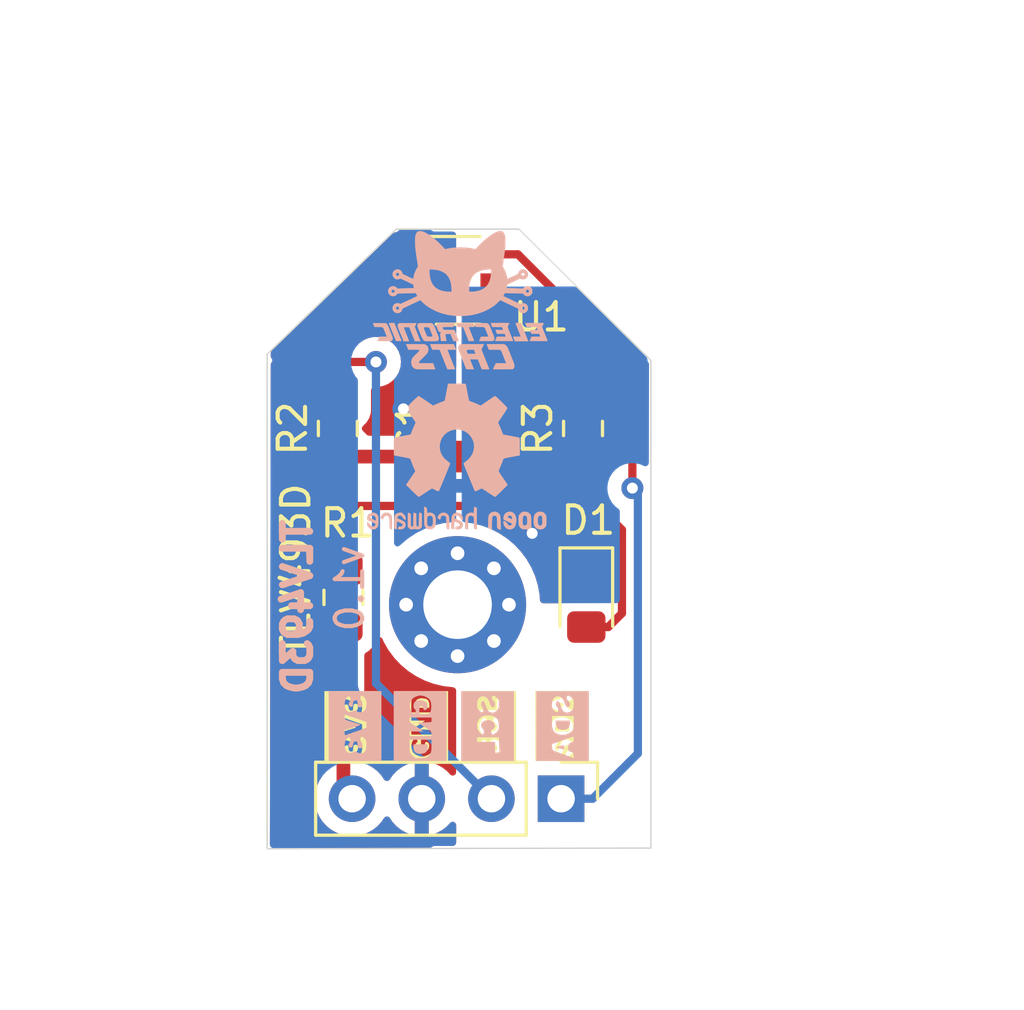
<source format=kicad_pcb>
(kicad_pcb (version 20221018) (generator pcbnew)
  (title_block (title "TLV493D") (date "2019-09-04") (rev "0.1") (company "Electronic Cats") (comment 3 "Montserrat Figueroa") (comment 4 "Andres Sabas"))
  (layers (0 "F.Cu" signal) (31 "B.Cu" signal) (34 "B.Paste" user) (35 "F.Paste" user) (36 "B.SilkS" user "B.Silkscreen") (37 "F.SilkS" user "F.Silkscreen") (38 "B.Mask" user) (39 "F.Mask" user) (44 "Edge.Cuts" user))
  (net 0 "")
  (net 1 "GND")
  (net 2 "VCC")
  (net 3 "Net-(D1-Pad2)")
  (net 4 "/SCL")
  (net 5 "/SDA")
  (footprint "MountingHole:MountingHole_2.5mm_Pad_Via" (layer "F.Cu") (at 155.025 111.75)
    (fp_text reference "REF**")
    (fp_text value "MountingHole_2.5mm_Pad_Via")
    (pad "1" thru_hole circle (at -1.875 0) (size 0.8 0.8) (drill 0.5) (layers "*.Cu" "*.Mask"))
    (pad "1" thru_hole circle (at -1.325825 -1.325825) (size 0.8 0.8) (drill 0.5) (layers "*.Cu" "*.Mask"))
    (pad "1" thru_hole circle (at -1.325825 1.325825) (size 0.8 0.8) (drill 0.5) (layers "*.Cu" "*.Mask"))
    (pad "1" thru_hole circle (at 0 -1.875) (size 0.8 0.8) (drill 0.5) (layers "*.Cu" "*.Mask"))
    (pad "1" thru_hole circle (at 0 0) (size 5 5) (drill 2.5) (layers "*.Cu" "*.Mask"))
    (pad "1" thru_hole circle (at 0 1.875) (size 0.8 0.8) (drill 0.5) (layers "*.Cu" "*.Mask"))
    (pad "1" thru_hole circle (at 1.325825 -1.325825) (size 0.8 0.8) (drill 0.5) (layers "*.Cu" "*.Mask"))
    (pad "1" thru_hole circle (at 1.325825 1.325825) (size 0.8 0.8) (drill 0.5) (layers "*.Cu" "*.Mask"))
    (pad "1" thru_hole circle (at 1.875 0) (size 0.8 0.8) (drill 0.5) (layers "*.Cu" "*.Mask"))
  )
  (footprint "LED_SMD:LED_0805_2012Metric_Pad1.15x1.40mm_HandSolder" (layer "F.Cu") (at 159.72 111.54 -90)
    (fp_text reference "D1" (at -2.8661 -0.0714 180) (layer "F.SilkS"))
    (fp_text value "LED")
    (pad "1" smd roundrect (at -1.025 0 270) (size 1.15 1.4) (layers "F.Cu" "F.Paste" "F.Mask") (roundrect_rratio 0.217391) (net 1 "GND"))
    (pad "2" smd roundrect (at 1.025 0 270) (size 1.15 1.4) (layers "F.Cu" "F.Paste" "F.Mask") (roundrect_rratio 0.217391) (net 3 "Net-(D1-Pad2)"))
  )
  (footprint "Connector_PinHeader_2.54mm:PinHeader_1x04_P2.54mm_Vertical" (layer "F.Cu") (at 158.8 118.825 -90)
    (fp_text reference "J1")
    (fp_text value "Conn_01x04_Female")
    (pad "1" thru_hole rect (at 0 0 270) (size 1.7 1.7) (drill 1) (layers "*.Cu" "*.Mask") (net 5 "/SDA"))
    (pad "2" thru_hole oval (at 0 2.54 270) (size 1.7 1.7) (drill 1) (layers "*.Cu" "*.Mask") (net 4 "/SCL"))
    (pad "3" thru_hole oval (at 0 5.08 270) (size 1.7 1.7) (drill 1) (layers "*.Cu" "*.Mask") (net 1 "GND"))
    (pad "4" thru_hole oval (at 0 7.62 270) (size 1.7 1.7) (drill 1) (layers "*.Cu" "*.Mask") (net 2 "VCC"))
  )
  (footprint "Resistor_SMD:R_0805_2012Metric_Pad1.15x1.40mm_HandSolder" (layer "F.Cu") (at 150.8633 111.4843 90)
    (fp_text reference "R1" (at 2.7088 0.1524 180) (layer "F.SilkS"))
    (fp_text value "180")
    (pad "1" smd roundrect (at -1.025 0 90) (size 1.15 1.4) (layers "F.Cu" "F.Paste" "F.Mask") (roundrect_rratio 0.217391) (net 2 "VCC"))
    (pad "2" smd roundrect (at 1.025 0 90) (size 1.15 1.4) (layers "F.Cu" "F.Paste" "F.Mask") (roundrect_rratio 0.217391) (net 3 "Net-(D1-Pad2)"))
  )
  (footprint "Resistor_SMD:R_0805_2012Metric_Pad1.15x1.40mm_HandSolder" (layer "F.Cu") (at 150.66 105.325 90)
    (fp_text reference "R2" (at 0 -1.65 90) (layer "F.SilkS"))
    (fp_text value "2K2")
    (pad "1" smd roundrect (at -1.025 0 90) (size 1.15 1.4) (layers "F.Cu" "F.Paste" "F.Mask") (roundrect_rratio 0.217391) (net 2 "VCC"))
    (pad "2" smd roundrect (at 1.025 0 90) (size 1.15 1.4) (layers "F.Cu" "F.Paste" "F.Mask") (roundrect_rratio 0.217391) (net 4 "/SCL"))
  )
  (footprint "Resistor_SMD:R_0805_2012Metric_Pad1.15x1.40mm_HandSolder" (layer "F.Cu") (at 159.6 105.325 90)
    (fp_text reference "R3" (at 0 -1.65 90) (layer "F.SilkS"))
    (fp_text value "2K2")
    (pad "1" smd roundrect (at -1.025 0 90) (size 1.15 1.4) (layers "F.Cu" "F.Paste" "F.Mask") (roundrect_rratio 0.217391) (net 2 "VCC"))
    (pad "2" smd roundrect (at 1.025 0 90) (size 1.15 1.4) (layers "F.Cu" "F.Paste" "F.Mask") (roundrect_rratio 0.217391) (net 5 "/SDA"))
  )
  (footprint "Package_SO:TSOP-6_1.65x3.05mm_P0.95mm" (layer "F.Cu") (at 155.05 99.925)
    (fp_text reference "U1" (at 3.0269 1.336) (layer "F.SilkS"))
    (fp_text value "TLV493D")
    (pad "1" smd rect (at -1.16 -0.95) (size 0.7 0.51) (layers "F.Cu" "F.Paste" "F.Mask") (net 4 "/SCL"))
    (pad "2" smd rect (at -1.16 0) (size 0.7 0.51) (layers "F.Cu" "F.Paste" "F.Mask") (net 1 "GND"))
    (pad "3" smd rect (at -1.16 0.95) (size 0.7 0.51) (layers "F.Cu" "F.Paste" "F.Mask") (net 1 "GND"))
    (pad "4" smd rect (at 1.16 0.95) (size 0.7 0.51) (layers "F.Cu" "F.Paste" "F.Mask") (net 2 "VCC"))
    (pad "5" smd rect (at 1.16 0) (size 0.7 0.51) (layers "F.Cu" "F.Paste" "F.Mask") (net 1 "GND"))
    (pad "6" smd rect (at 1.16 -0.95) (size 0.7 0.51) (layers "F.Cu" "F.Paste" "F.Mask") (net 5 "/SDA"))
  )
  (footprint "Aesthetics:SDA" (layer "F.Cu") (at 158.82 116.19 90)
    (fp_text reference "G***" hide)
    (fp_text value "LOGO" hide)
  )
  (footprint "Aesthetics:GND" (layer "F.Cu") (at 153.72 116.19 90)
    (fp_text reference "G***" hide)
    (fp_text value "LOGO" hide)
  )
  (footprint "Aesthetics:3v3" (layer "F.Cu") (at 151.13 116.19 90)
    (fp_text reference "G***" hide)
    (fp_text value "LOGO" hide)
  )
  (footprint "Aesthetics:SCL" (layer "F.Cu") (at 156.2 116.19 90)
    (fp_text reference "G***" hide)
    (fp_text value "LOGO" hide)
  )
  (footprint "Capacitor_SMD:C_0805_2012Metric_Pad1.15x1.40mm_HandSolder" (layer "F.Cu") (at 155 105.325 90)
    (fp_text reference "C1" (at 0 -1.65 90) (layer "F.SilkS"))
    (fp_text value "0.1uF")
    (pad "1" smd roundrect (at -1.025 0 90) (size 1.15 1.4) (layers "F.Cu" "F.Paste" "F.Mask") (roundrect_rratio 0.217391) (net 2 "VCC"))
    (pad "2" smd roundrect (at 1.025 0 90) (size 1.15 1.4) (layers "F.Cu" "F.Paste" "F.Mask") (roundrect_rratio 0.217391) (net 1 "GND"))
  )
  (footprint "Aesthetics:electronic_cats_logo_4x3" (layer "B.Cu") (at 155.125 100.65 180)
    (fp_text reference "G***" hide)
    (fp_text value "LOGO" hide)
  )
  (footprint "Symbol:OSHW-Logo2_7.3x6mm_SilkScreen" (layer "B.Cu") (at 155 106.45 180)
    (fp_text reference "REF**" hide)
    (fp_text value "OSHW-Logo2_7.3x6mm_SilkScreen" hide)
  )
  (footprint "Aesthetics:SCL" (layer "B.Cu") (at 156.12 116.160116 -90)
    (fp_text reference "G***" hide)
    (fp_text value "LOGO" hide)
  )
  (footprint "Aesthetics:3v3" (layer "B.Cu") (at 151.29 116.160116 -90)
    (fp_text reference "G***" hide)
    (fp_text value "LOGO" hide)
  )
  (footprint "Aesthetics:GND" (layer "B.Cu") (at 153.66 116.160116 -90)
    (fp_text reference "G***" hide)
    (fp_text value "LOGO" hide)
  )
  (footprint "Aesthetics:SDA" (layer "B.Cu") (at 158.85 116.160116 -90)
    (fp_text reference "G***" hide)
    (fp_text value "LOGO" hide)
  )
  (gr_line (start 157.2641 98.0567) (end 152.7937 98.0567) (stroke (width 0.05)) (layer "Edge.Cuts"))
  (gr_line (start 148.082 120.65) (end 148.082 102.616) (stroke (width 0.05)) (layer "Edge.Cuts"))
  (gr_line (start 162.075 102.845) (end 157.2641 98.0567) (stroke (width 0.05)) (layer "Edge.Cuts"))
  (gr_line (start 148.082 102.616) (end 152.7937 98.0567) (stroke (width 0.05)) (layer "Edge.Cuts"))
  (gr_line (start 162.075 102.845) (end 162.075 120.625) (stroke (width 0.05)) (layer "Edge.Cuts"))
  (gr_line (start 148.082 120.65) (end 162.075 120.625) (stroke (width 0.05)) (layer "Edge.Cuts"))
  (gr_text "TLV493D" (at 149.1869 111.8362 90) (layer "B.SilkS") (effects (font (size 1 1) (thickness 0.25)) (justify mirror)))
  (gr_text "v1.0" (at 151.0919 111.1504 90) (layer "B.SilkS") (effects (font (size 1 1)) (justify mirror)))
  (gr_text "TLV493D" (at 149.13 110.48 90) (layer "F.SilkS") (effects (font (size 1 1))))
  (segment (start 155 104.3) (end 153.3599 104.3) (width 0.5) (layer "F.Cu") (net 1))
  (segment (start 153.3599 104.3) (end 153.05 104.6099) (width 0.5) (layer "F.Cu") (net 1))
  (via (at 153.05 104.6099) (size 0.8) (drill 0.4) (layers "F.Cu" "B.Cu") (net 1))
  (via (at 157.7467 109.15) (size 0.8) (drill 0.4) (layers "F.Cu" "B.Cu") (net 1))
  (segment (start 153.05 107.0506) (end 153.416 107.4166) (width 0.5) (layer "B.Cu") (net 1))
  (segment (start 153.05 104.6099) (end 153.05 107.0506) (width 0.5) (layer "B.Cu") (net 1))
  (segment (start 153.416 107.4166) (end 156.0133 107.4166) (width 0.5) (layer "B.Cu") (net 1))
  (segment (start 156.0133 107.4166) (end 157.7467 109.15) (width 0.5) (layer "B.Cu") (net 1))
  (segment (start 150.8633 112.5093) (end 150.8633 118.5083) (width 0.5) (layer "F.Cu") (net 2))
  (segment (start 150.0633 112.5093) (end 149.46329 111.90929) (width 0.5) (layer "F.Cu") (net 2))
  (segment (start 157.4 106.35) (end 155 106.35) (width 0.5) (layer "F.Cu") (net 2))
  (segment (start 159.6 106.35) (end 157.4 106.35) (width 0.5) (layer "F.Cu") (net 2))
  (segment (start 150.036628 106.973372) (end 150.66 106.35) (width 0.5) (layer "F.Cu") (net 2))
  (segment (start 150.8633 112.5093) (end 150.0633 112.5093) (width 0.5) (layer "F.Cu") (net 2))
  (segment (start 149.46329 107.54671) (end 150.036628 106.973372) (width 0.5) (layer "F.Cu") (net 2))
  (segment (start 150.66 106.35) (end 155 106.35) (width 0.5) (layer "F.Cu") (net 2))
  (segment (start 157.4 102.065) (end 156.215001 100.880001) (width 0.5) (layer "F.Cu") (net 2))
  (segment (start 157.4 106.35) (end 157.4 102.065) (width 0.5) (layer "F.Cu") (net 2))
  (segment (start 149.46329 111.90929) (end 149.46329 107.54671) (width 0.5) (layer "F.Cu") (net 2))
  (segment (start 150.8633 118.5083) (end 151.18 118.825) (width 0.5) (layer "F.Cu") (net 2))
  (segment (start 150.8633 108.4867) (end 150.8633 110.4593) (width 0.3) (layer "F.Cu") (net 3))
  (segment (start 151.2 108.15) (end 150.8633 108.4867) (width 0.3) (layer "F.Cu") (net 3))
  (segment (start 160.52 112.565) (end 161.02001 112.06499) (width 0.3) (layer "F.Cu") (net 3))
  (segment (start 161.02001 112.06499) (end 161.02001 109.02001) (width 0.3) (layer "F.Cu") (net 3))
  (segment (start 160.15 108.15) (end 151.2 108.15) (width 0.3) (layer "F.Cu") (net 3))
  (segment (start 161.02001 109.02001) (end 160.15 108.15) (width 0.3) (layer "F.Cu") (net 3))
  (segment (start 159.72 112.565) (end 160.52 112.565) (width 0.3) (layer "F.Cu") (net 3))
  (segment (start 153.24 98.975) (end 153.89 98.975) (width 0.3) (layer "F.Cu") (net 4))
  (segment (start 150.95 102.9) (end 150.92 102.9) (width 0.3) (layer "F.Cu") (net 4))
  (segment (start 150.66 102.64) (end 150.69 102.64) (width 0.3) (layer "F.Cu") (net 4))
  (segment (start 152.05 102.9) (end 150.95 102.9) (width 0.3) (layer "F.Cu") (net 4))
  (segment (start 153.225 98.975) (end 153.24 98.975) (width 0.3) (layer "F.Cu") (net 4))
  (segment (start 150.66 102.34) (end 150.66 101.54) (width 0.3) (layer "F.Cu") (net 4))
  (segment (start 150.67 102.9) (end 150.66 102.89) (width 0.3) (layer "F.Cu") (net 4))
  (segment (start 150.66 103.16) (end 150.66 102.89) (width 0.3) (layer "F.Cu") (net 4))
  (segment (start 150.66 102.89) (end 150.66 102.64) (width 0.3) (layer "F.Cu") (net 4))
  (segment (start 150.92 102.9) (end 150.66 103.16) (width 0.3) (layer "F.Cu") (net 4))
  (segment (start 150.66 104.3) (end 150.66 103.16) (width 0.3) (layer "F.Cu") (net 4))
  (segment (start 150.66 102.64) (end 150.66 102.34) (width 0.3) (layer "F.Cu") (net 4))
  (segment (start 150.69 102.64) (end 150.95 102.9) (width 0.3) (layer "F.Cu") (net 4))
  (segment (start 150.66 102.34) (end 150.66 102.39) (width 0.3) (layer "F.Cu") (net 4))
  (segment (start 150.95 102.9) (end 150.67 102.9) (width 0.3) (layer "F.Cu") (net 4))
  (segment (start 150.66 101.54) (end 153.225 98.975) (width 0.3) (layer "F.Cu") (net 4))
  (via (at 152.05 102.9) (size 0.8) (drill 0.4) (layers "F.Cu" "B.Cu") (net 4))
  (segment (start 152.05 114.615) (end 152.05 102.9) (width 0.3) (layer "B.Cu") (net 4))
  (segment (start 156.26 118.825) (end 152.05 114.615) (width 0.3) (layer "B.Cu") (net 4))
  (segment (start 159.85 102.8) (end 159.6 102.8) (width 0.3) (layer "F.Cu") (net 5))
  (segment (start 159.6 103.05) (end 159.6 102.8) (width 0.3) (layer "F.Cu") (net 5))
  (segment (start 157.225 98.975) (end 156.21 98.975) (width 0.3) (layer "F.Cu") (net 5))
  (segment (start 159.85 102.8) (end 159.6 102.55) (width 0.3) (layer "F.Cu") (net 5))
  (segment (start 159.6 102.8) (end 159.6 102.55) (width 0.3) (layer "F.Cu") (net 5))
  (segment (start 160.75 102.8) (end 159.85 102.8) (width 0.3) (layer "F.Cu") (net 5))
  (segment (start 159.85 102.8) (end 159.6 103.05) (width 0.3) (layer "F.Cu") (net 5))
  (segment (start 159.6 104.3) (end 159.6 103.05) (width 0.3) (layer "F.Cu") (net 5))
  (segment (start 159.6 102.55) (end 159.6 101.35) (width 0.3) (layer "F.Cu") (net 5))
  (segment (start 161.4 103.45) (end 160.75 102.8) (width 0.3) (layer "F.Cu") (net 5))
  (segment (start 159.6 101.35) (end 157.225 98.975) (width 0.3) (layer "F.Cu") (net 5))
  (segment (start 161.4 107.5) (end 161.4 103.45) (width 0.3) (layer "F.Cu") (net 5))
  (via (at 161.4 107.5) (size 0.8) (drill 0.4) (layers "F.Cu" "B.Cu") (net 5))
  (segment (start 158.8 118.825) (end 159.95 118.825) (width 0.3) (layer "B.Cu") (net 5))
  (segment (start 161.6 117.175) (end 161.6 107.7) (width 0.3) (layer "B.Cu") (net 5))
  (segment (start 161.6 107.7) (end 161.4 107.5) (width 0.3) (layer "B.Cu") (net 5))
  (segment (start 159.95 118.825) (end 161.6 117.175) (width 0.3) (layer "B.Cu") (net 5))
  (zone (net 1) (net_name "GND") (layer "F.Cu") (connect_pads (clearance 0.508)) (min_thickness 0.254) (fill yes (thermal_gap 0.508) (thermal_bridge_width 0.508))
    (polygon (pts (xy 163.8173 121.9454) (xy 146.0373 121.8692) (xy 146.1516 96.4184) (xy 163.8173 96.5708)))
  )
  (zone (net 1) (net_name "GND") (layer "B.Cu") (connect_pads (clearance 0.508)) (min_thickness 0.254) (fill yes (thermal_gap 0.508) (thermal_bridge_width 0.508))
    (polygon (pts (xy 146.0754 96.4565) (xy 163.8681 96.5708) (xy 163.7792 121.9835) (xy 145.9611 121.9073)))
  )
)
</source>
